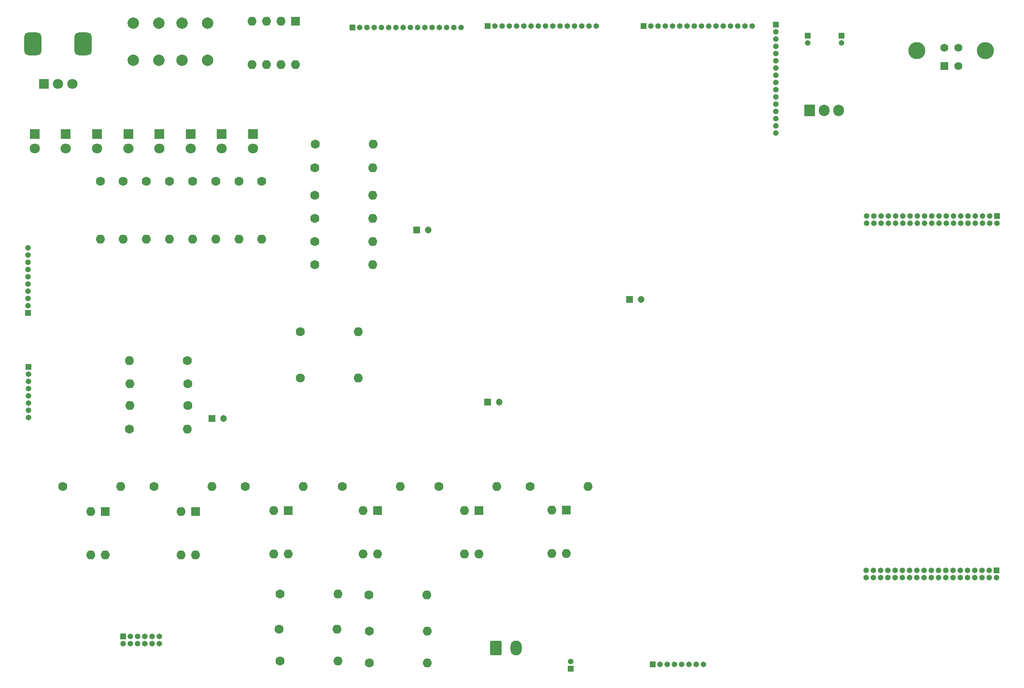
<source format=gbr>
%TF.GenerationSoftware,KiCad,Pcbnew,7.0.1*%
%TF.CreationDate,2023-04-21T00:09:37+02:00*%
%TF.ProjectId,SimpleLattice,53696d70-6c65-44c6-9174-746963652e6b,rev?*%
%TF.SameCoordinates,Original*%
%TF.FileFunction,Soldermask,Bot*%
%TF.FilePolarity,Negative*%
%FSLAX46Y46*%
G04 Gerber Fmt 4.6, Leading zero omitted, Abs format (unit mm)*
G04 Created by KiCad (PCBNEW 7.0.1) date 2023-04-21 00:09:37*
%MOMM*%
%LPD*%
G01*
G04 APERTURE LIST*
G04 Aperture macros list*
%AMRoundRect*
0 Rectangle with rounded corners*
0 $1 Rounding radius*
0 $2 $3 $4 $5 $6 $7 $8 $9 X,Y pos of 4 corners*
0 Add a 4 corners polygon primitive as box body*
4,1,4,$2,$3,$4,$5,$6,$7,$8,$9,$2,$3,0*
0 Add four circle primitives for the rounded corners*
1,1,$1+$1,$2,$3*
1,1,$1+$1,$4,$5*
1,1,$1+$1,$6,$7*
1,1,$1+$1,$8,$9*
0 Add four rect primitives between the rounded corners*
20,1,$1+$1,$2,$3,$4,$5,0*
20,1,$1+$1,$4,$5,$6,$7,0*
20,1,$1+$1,$6,$7,$8,$9,0*
20,1,$1+$1,$8,$9,$2,$3,0*%
G04 Aperture macros list end*
%ADD10R,1.000000X1.000000*%
%ADD11O,1.000000X1.000000*%
%ADD12C,1.600000*%
%ADD13O,1.600000X1.600000*%
%ADD14C,2.000000*%
%ADD15R,1.800000X1.800000*%
%ADD16C,1.800000*%
%ADD17R,1.200000X1.200000*%
%ADD18C,1.200000*%
%ADD19R,1.600000X1.600000*%
%ADD20R,1.905000X2.000000*%
%ADD21O,1.905000X2.000000*%
%ADD22RoundRect,0.750000X0.750000X-1.250000X0.750000X1.250000X-0.750000X1.250000X-0.750000X-1.250000X0*%
%ADD23RoundRect,0.250000X-0.750000X-1.050000X0.750000X-1.050000X0.750000X1.050000X-0.750000X1.050000X0*%
%ADD24O,2.000000X2.600000*%
%ADD25R,1.400000X1.400000*%
%ADD26C,1.400000*%
%ADD27C,3.000000*%
G04 APERTURE END LIST*
D10*
%TO.C,J16*%
X179600000Y-35900000D03*
D11*
X179600000Y-37170000D03*
%TD*%
D12*
%TO.C,R22*%
X102700000Y-140400000D03*
D13*
X112860000Y-140400000D03*
%TD*%
D12*
%TO.C,R6*%
X90620000Y-96000000D03*
D13*
X100780000Y-96000000D03*
%TD*%
D12*
%TO.C,R16*%
X93140000Y-67950000D03*
D13*
X103300000Y-67950000D03*
%TD*%
D12*
%TO.C,R30*%
X86900000Y-140100000D03*
D13*
X97060000Y-140100000D03*
%TD*%
D14*
%TO.C,SW3*%
X65800000Y-33650000D03*
X65800000Y-40150000D03*
X61300000Y-33650000D03*
X61300000Y-40150000D03*
%TD*%
D10*
%TO.C,J4*%
X212740000Y-67500000D03*
D11*
X212740000Y-68770000D03*
X211470000Y-67500000D03*
X211470000Y-68770000D03*
X210200000Y-67500000D03*
X210200000Y-68770000D03*
X208930000Y-67500000D03*
X208930000Y-68770000D03*
X207660000Y-67500000D03*
X207660000Y-68770000D03*
X206390000Y-67500000D03*
X206390000Y-68770000D03*
X205120000Y-67500000D03*
X205120000Y-68770000D03*
X203850000Y-67500000D03*
X203850000Y-68770000D03*
X202580000Y-67500000D03*
X202580000Y-68770000D03*
X201310000Y-67500000D03*
X201310000Y-68770000D03*
X200040000Y-67500000D03*
X200040000Y-68770000D03*
X198770000Y-67500000D03*
X198770000Y-68770000D03*
X197500000Y-67500000D03*
X197500000Y-68770000D03*
X196230000Y-67500000D03*
X196230000Y-68770000D03*
X194960000Y-67500000D03*
X194960000Y-68770000D03*
X193690000Y-67500000D03*
X193690000Y-68770000D03*
X192420000Y-67500000D03*
X192420000Y-68770000D03*
X191150000Y-67500000D03*
X191150000Y-68770000D03*
X189880000Y-67500000D03*
X189880000Y-68770000D03*
%TD*%
D15*
%TO.C,D6*%
X54939596Y-53120000D03*
D16*
X54939596Y-55660000D03*
%TD*%
D12*
%TO.C,R1*%
X70780000Y-92900000D03*
D13*
X60620000Y-92900000D03*
%TD*%
D10*
%TO.C,J6*%
X138000000Y-147050000D03*
D11*
X138000000Y-145780000D03*
%TD*%
D17*
%TO.C,C4*%
X148327401Y-82200000D03*
D18*
X150327401Y-82200000D03*
%TD*%
D12*
%TO.C,R2*%
X70900000Y-100800000D03*
D13*
X60740000Y-100800000D03*
%TD*%
D12*
%TO.C,R23*%
X64920000Y-115000000D03*
D13*
X75080000Y-115000000D03*
%TD*%
D19*
%TO.C,SW1*%
X89780000Y-33300000D03*
D13*
X87240000Y-33300000D03*
X84700000Y-33300000D03*
X82160000Y-33300000D03*
X82160000Y-40920000D03*
X84700000Y-40920000D03*
X87240000Y-40920000D03*
X89780000Y-40920000D03*
%TD*%
D12*
%TO.C,R21*%
X48920000Y-115000000D03*
D13*
X59080000Y-115000000D03*
%TD*%
D19*
%TO.C,U2*%
X72210000Y-119400000D03*
D13*
X69670000Y-119400000D03*
X69670000Y-127020000D03*
X72210000Y-127020000D03*
%TD*%
D19*
%TO.C,U6*%
X137275000Y-119200000D03*
D13*
X134735000Y-119200000D03*
X134735000Y-126820000D03*
X137275000Y-126820000D03*
%TD*%
D12*
%TO.C,R10*%
X71700000Y-61420000D03*
D13*
X71700000Y-71580000D03*
%TD*%
D10*
%TO.C,J9*%
X150770000Y-34200000D03*
D11*
X152040000Y-34200000D03*
X153310000Y-34200000D03*
X154580000Y-34200000D03*
X155850000Y-34200000D03*
X157120000Y-34200000D03*
X158390000Y-34200000D03*
X159660000Y-34200000D03*
X160930000Y-34200000D03*
X162200000Y-34200000D03*
X163470000Y-34200000D03*
X164740000Y-34200000D03*
X166010000Y-34200000D03*
X167280000Y-34200000D03*
X168550000Y-34200000D03*
X169820000Y-34200000D03*
%TD*%
D20*
%TO.C,U7*%
X179920000Y-49000000D03*
D21*
X182460000Y-49000000D03*
X185000000Y-49000000D03*
%TD*%
D12*
%TO.C,R27*%
X97920000Y-115000000D03*
D13*
X108080000Y-115000000D03*
%TD*%
D12*
%TO.C,R13*%
X59550000Y-61420000D03*
D13*
X59550000Y-71580000D03*
%TD*%
D15*
%TO.C,D7*%
X49469798Y-53120000D03*
D16*
X49469798Y-55660000D03*
%TD*%
D12*
%TO.C,R8*%
X79800000Y-61420000D03*
D13*
X79800000Y-71580000D03*
%TD*%
D15*
%TO.C,D8*%
X44000000Y-53120000D03*
D16*
X44000000Y-55660000D03*
%TD*%
D19*
%TO.C,U5*%
X121955000Y-119300000D03*
D13*
X119415000Y-119300000D03*
X119415000Y-126920000D03*
X121955000Y-126920000D03*
%TD*%
D10*
%TO.C,J10*%
X99730000Y-34400000D03*
D11*
X101000000Y-34400000D03*
X102270000Y-34400000D03*
X103540000Y-34400000D03*
X104810000Y-34400000D03*
X106080000Y-34400000D03*
X107350000Y-34400000D03*
X108620000Y-34400000D03*
X109890000Y-34400000D03*
X111160000Y-34400000D03*
X112430000Y-34400000D03*
X113700000Y-34400000D03*
X114970000Y-34400000D03*
X116240000Y-34400000D03*
X117510000Y-34400000D03*
X118780000Y-34400000D03*
%TD*%
D15*
%TO.C,D4*%
X65879192Y-53120000D03*
D16*
X65879192Y-55660000D03*
%TD*%
D12*
%TO.C,R25*%
X80920000Y-115000000D03*
D13*
X91080000Y-115000000D03*
%TD*%
D12*
%TO.C,R12*%
X63600000Y-61420000D03*
D13*
X63600000Y-71580000D03*
%TD*%
D12*
%TO.C,R15*%
X93140000Y-63900000D03*
D13*
X103300000Y-63900000D03*
%TD*%
D12*
%TO.C,R28*%
X87000000Y-145700000D03*
D13*
X97160000Y-145700000D03*
%TD*%
D12*
%TO.C,R19*%
X93140000Y-59100000D03*
D13*
X103300000Y-59100000D03*
%TD*%
D15*
%TO.C,RV1*%
X45600000Y-44350000D03*
D16*
X48100000Y-44350000D03*
X50600000Y-44350000D03*
D22*
X43700000Y-37350000D03*
X52500000Y-37350000D03*
%TD*%
D19*
%TO.C,U3*%
X88475000Y-119300000D03*
D13*
X85935000Y-119300000D03*
X85935000Y-126920000D03*
X88475000Y-126920000D03*
%TD*%
D12*
%TO.C,R29*%
X114920000Y-115000000D03*
D13*
X125080000Y-115000000D03*
%TD*%
D15*
%TO.C,D5*%
X60409394Y-53120000D03*
D16*
X60409394Y-55660000D03*
%TD*%
D17*
%TO.C,C2*%
X75100000Y-103100000D03*
D18*
X77100000Y-103100000D03*
%TD*%
D10*
%TO.C,J13*%
X174000000Y-33950000D03*
D11*
X174000000Y-35220000D03*
X174000000Y-36490000D03*
X174000000Y-37760000D03*
X174000000Y-39030000D03*
X174000000Y-40300000D03*
X174000000Y-41570000D03*
X174000000Y-42840000D03*
X174000000Y-44110000D03*
X174000000Y-45380000D03*
X174000000Y-46650000D03*
X174000000Y-47920000D03*
X174000000Y-49190000D03*
X174000000Y-50460000D03*
X174000000Y-51730000D03*
X174000000Y-53000000D03*
%TD*%
D17*
%TO.C,C1*%
X123427401Y-100200000D03*
D18*
X125427401Y-100200000D03*
%TD*%
D12*
%TO.C,R3*%
X70860000Y-97000000D03*
D13*
X60700000Y-97000000D03*
%TD*%
D14*
%TO.C,SW2*%
X74350000Y-33650000D03*
X74350000Y-40150000D03*
X69850000Y-33650000D03*
X69850000Y-40150000D03*
%TD*%
D12*
%TO.C,R11*%
X67650000Y-61420000D03*
D13*
X67650000Y-71580000D03*
%TD*%
D10*
%TO.C,J11*%
X123450000Y-34200000D03*
D11*
X124720000Y-34200000D03*
X125990000Y-34200000D03*
X127260000Y-34200000D03*
X128530000Y-34200000D03*
X129800000Y-34200000D03*
X131070000Y-34200000D03*
X132340000Y-34200000D03*
X133610000Y-34200000D03*
X134880000Y-34200000D03*
X136150000Y-34200000D03*
X137420000Y-34200000D03*
X138690000Y-34200000D03*
X139960000Y-34200000D03*
X141230000Y-34200000D03*
X142500000Y-34200000D03*
%TD*%
D23*
%TO.C,J7*%
X124900000Y-143400000D03*
D24*
X128400000Y-143400000D03*
%TD*%
D12*
%TO.C,R7*%
X83850000Y-61420000D03*
D13*
X83850000Y-71580000D03*
%TD*%
D12*
%TO.C,R5*%
X90620000Y-87900000D03*
D13*
X100780000Y-87900000D03*
%TD*%
D10*
%TO.C,J2*%
X152360000Y-146300000D03*
D11*
X153630000Y-146300000D03*
X154900000Y-146300000D03*
X156170000Y-146300000D03*
X157440000Y-146300000D03*
X158710000Y-146300000D03*
X159980000Y-146300000D03*
X161250000Y-146300000D03*
%TD*%
D12*
%TO.C,R9*%
X75750000Y-61420000D03*
D13*
X75750000Y-71580000D03*
%TD*%
D15*
%TO.C,D1*%
X82288586Y-53120000D03*
D16*
X82288586Y-55660000D03*
%TD*%
D12*
%TO.C,R17*%
X93140000Y-72000000D03*
D13*
X103300000Y-72000000D03*
%TD*%
D10*
%TO.C,J15*%
X185500000Y-35900000D03*
D11*
X185500000Y-37170000D03*
%TD*%
D12*
%TO.C,R18*%
X93140000Y-76050000D03*
D13*
X103300000Y-76050000D03*
%TD*%
D12*
%TO.C,R26*%
X102600000Y-134100000D03*
D13*
X112760000Y-134100000D03*
%TD*%
D10*
%TO.C,J3*%
X42800000Y-84520000D03*
D11*
X42800000Y-83250000D03*
X42800000Y-81980000D03*
X42800000Y-80710000D03*
X42800000Y-79440000D03*
X42800000Y-78170000D03*
X42800000Y-76900000D03*
X42800000Y-75630000D03*
X42800000Y-74360000D03*
X42800000Y-73090000D03*
%TD*%
D10*
%TO.C,J5*%
X212700000Y-129730000D03*
D11*
X212700000Y-131000000D03*
X211430000Y-129730000D03*
X211430000Y-131000000D03*
X210160000Y-129730000D03*
X210160000Y-131000000D03*
X208890000Y-129730000D03*
X208890000Y-131000000D03*
X207620000Y-129730000D03*
X207620000Y-131000000D03*
X206350000Y-129730000D03*
X206350000Y-131000000D03*
X205080000Y-129730000D03*
X205080000Y-131000000D03*
X203810000Y-129730000D03*
X203810000Y-131000000D03*
X202540000Y-129730000D03*
X202540000Y-131000000D03*
X201270000Y-129730000D03*
X201270000Y-131000000D03*
X200000000Y-129730000D03*
X200000000Y-131000000D03*
X198730000Y-129730000D03*
X198730000Y-131000000D03*
X197460000Y-129730000D03*
X197460000Y-131000000D03*
X196190000Y-129730000D03*
X196190000Y-131000000D03*
X194920000Y-129730000D03*
X194920000Y-131000000D03*
X193650000Y-129730000D03*
X193650000Y-131000000D03*
X192380000Y-129730000D03*
X192380000Y-131000000D03*
X191110000Y-129730000D03*
X191110000Y-131000000D03*
X189840000Y-129730000D03*
X189840000Y-131000000D03*
%TD*%
D12*
%TO.C,R24*%
X102700000Y-146000000D03*
D13*
X112860000Y-146000000D03*
%TD*%
D12*
%TO.C,R14*%
X55500000Y-61420000D03*
D13*
X55500000Y-71580000D03*
%TD*%
D12*
%TO.C,R32*%
X87020000Y-133900000D03*
D13*
X97180000Y-133900000D03*
%TD*%
D12*
%TO.C,R4*%
X60620000Y-104950000D03*
D13*
X70780000Y-104950000D03*
%TD*%
D10*
%TO.C,J1*%
X42900000Y-94060000D03*
D11*
X42900000Y-95330000D03*
X42900000Y-96600000D03*
X42900000Y-97870000D03*
X42900000Y-99140000D03*
X42900000Y-100410000D03*
X42900000Y-101680000D03*
X42900000Y-102950000D03*
%TD*%
D17*
%TO.C,C3*%
X111000000Y-70000000D03*
D18*
X113000000Y-70000000D03*
%TD*%
D15*
%TO.C,D3*%
X71348990Y-53120000D03*
D16*
X71348990Y-55660000D03*
%TD*%
D25*
%TO.C,J14*%
X203500000Y-41200000D03*
D26*
X206000000Y-41200000D03*
X206000000Y-38000000D03*
X203500000Y-38000000D03*
D27*
X210770000Y-38490000D03*
X198730000Y-38490000D03*
%TD*%
D15*
%TO.C,D2*%
X76818788Y-53120000D03*
D16*
X76818788Y-55660000D03*
%TD*%
D19*
%TO.C,U1*%
X56375000Y-119400000D03*
D13*
X53835000Y-119400000D03*
X53835000Y-127020000D03*
X56375000Y-127020000D03*
%TD*%
D12*
%TO.C,R31*%
X130920000Y-115000000D03*
D13*
X141080000Y-115000000D03*
%TD*%
D19*
%TO.C,U4*%
X104175000Y-119300000D03*
D13*
X101635000Y-119300000D03*
X101635000Y-126920000D03*
X104175000Y-126920000D03*
%TD*%
D12*
%TO.C,R20*%
X93220000Y-54900000D03*
D13*
X103380000Y-54900000D03*
%TD*%
D10*
%TO.C,J8*%
X59530000Y-141400000D03*
D11*
X59530000Y-142670000D03*
X60800000Y-141400000D03*
X60800000Y-142670000D03*
X62070000Y-141400000D03*
X62070000Y-142670000D03*
X63340000Y-141400000D03*
X63340000Y-142670000D03*
X64610000Y-141400000D03*
X64610000Y-142670000D03*
X65880000Y-141400000D03*
X65880000Y-142670000D03*
%TD*%
M02*

</source>
